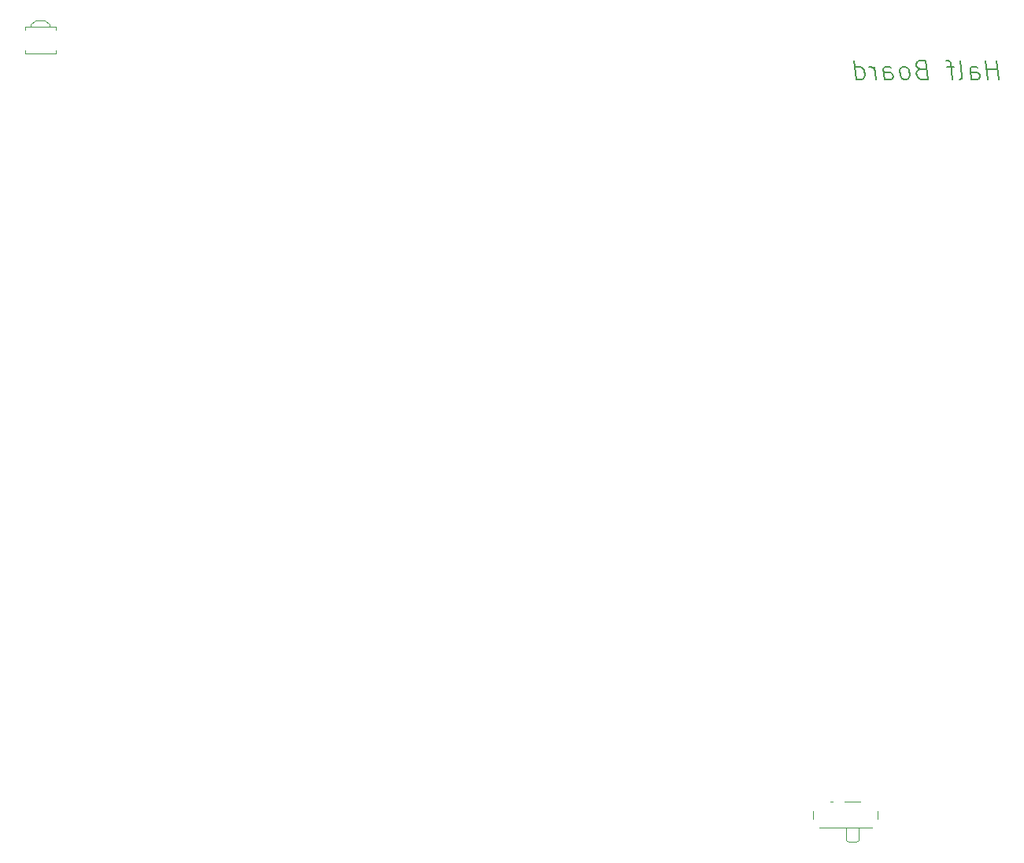
<source format=gbr>
G04 #@! TF.GenerationSoftware,KiCad,Pcbnew,(5.1.8-0-10_14)*
G04 #@! TF.CreationDate,2021-01-19T05:30:42-06:00*
G04 #@! TF.ProjectId,halfboard,68616c66-626f-4617-9264-2e6b69636164,rev?*
G04 #@! TF.SameCoordinates,Original*
G04 #@! TF.FileFunction,Legend,Bot*
G04 #@! TF.FilePolarity,Positive*
%FSLAX46Y46*%
G04 Gerber Fmt 4.6, Leading zero omitted, Abs format (unit mm)*
G04 Created by KiCad (PCBNEW (5.1.8-0-10_14)) date 2021-01-19 05:30:42*
%MOMM*%
%LPD*%
G01*
G04 APERTURE LIST*
%ADD10C,0.150000*%
%ADD11C,0.120000*%
G04 APERTURE END LIST*
D10*
X151872449Y-51704761D02*
X151622449Y-49704761D01*
X151741497Y-50657142D02*
X150598639Y-50657142D01*
X150729592Y-51704761D02*
X150479592Y-49704761D01*
X148920068Y-51704761D02*
X148789116Y-50657142D01*
X148860544Y-50466666D01*
X149039116Y-50371428D01*
X149420068Y-50371428D01*
X149622449Y-50466666D01*
X148908163Y-51609523D02*
X149110544Y-51704761D01*
X149586735Y-51704761D01*
X149765306Y-51609523D01*
X149836735Y-51419047D01*
X149812925Y-51228571D01*
X149693877Y-51038095D01*
X149491497Y-50942857D01*
X149015306Y-50942857D01*
X148812925Y-50847619D01*
X147681973Y-51704761D02*
X147860544Y-51609523D01*
X147931973Y-51419047D01*
X147717687Y-49704761D01*
X147039116Y-50371428D02*
X146277211Y-50371428D01*
X146920068Y-51704761D02*
X146705782Y-49990476D01*
X146586735Y-49800000D01*
X146384354Y-49704761D01*
X146193877Y-49704761D01*
X143455782Y-50657142D02*
X143181973Y-50752380D01*
X143098639Y-50847619D01*
X143027211Y-51038095D01*
X143062925Y-51323809D01*
X143181973Y-51514285D01*
X143289116Y-51609523D01*
X143491497Y-51704761D01*
X144253401Y-51704761D01*
X144003401Y-49704761D01*
X143336735Y-49704761D01*
X143158163Y-49800000D01*
X143074830Y-49895238D01*
X143003401Y-50085714D01*
X143027211Y-50276190D01*
X143146258Y-50466666D01*
X143253401Y-50561904D01*
X143455782Y-50657142D01*
X144122449Y-50657142D01*
X141967687Y-51704761D02*
X142146258Y-51609523D01*
X142229592Y-51514285D01*
X142301020Y-51323809D01*
X142229592Y-50752380D01*
X142110544Y-50561904D01*
X142003401Y-50466666D01*
X141801020Y-50371428D01*
X141515306Y-50371428D01*
X141336735Y-50466666D01*
X141253401Y-50561904D01*
X141181973Y-50752380D01*
X141253401Y-51323809D01*
X141372449Y-51514285D01*
X141479592Y-51609523D01*
X141681973Y-51704761D01*
X141967687Y-51704761D01*
X139586735Y-51704761D02*
X139455782Y-50657142D01*
X139527211Y-50466666D01*
X139705782Y-50371428D01*
X140086735Y-50371428D01*
X140289116Y-50466666D01*
X139574830Y-51609523D02*
X139777211Y-51704761D01*
X140253401Y-51704761D01*
X140431973Y-51609523D01*
X140503401Y-51419047D01*
X140479592Y-51228571D01*
X140360544Y-51038095D01*
X140158163Y-50942857D01*
X139681973Y-50942857D01*
X139479592Y-50847619D01*
X138634354Y-51704761D02*
X138467687Y-50371428D01*
X138515306Y-50752380D02*
X138396258Y-50561904D01*
X138289116Y-50466666D01*
X138086735Y-50371428D01*
X137896258Y-50371428D01*
X136539116Y-51704761D02*
X136289116Y-49704761D01*
X136527211Y-51609523D02*
X136729592Y-51704761D01*
X137110544Y-51704761D01*
X137289116Y-51609523D01*
X137372449Y-51514285D01*
X137443877Y-51323809D01*
X137372449Y-50752380D01*
X137253401Y-50561904D01*
X137146258Y-50466666D01*
X136943877Y-50371428D01*
X136562925Y-50371428D01*
X136384354Y-50466666D01*
D11*
G04 #@! TO.C, *
X131932000Y-131276000D02*
X131932000Y-130486000D01*
X138832000Y-130486000D02*
X138832000Y-131276000D01*
X136982000Y-129436000D02*
X135282000Y-129436000D01*
X138232000Y-132286000D02*
X132532000Y-132286000D01*
X135482000Y-133576000D02*
X135482000Y-132286000D01*
X136582000Y-133786000D02*
X135682000Y-133786000D01*
X136782000Y-132286000D02*
X136782000Y-133576000D01*
X135482000Y-133576000D02*
X135682000Y-133786000D01*
X136782000Y-133576000D02*
X136582000Y-133786000D01*
X133982000Y-129436000D02*
X133782000Y-129436000D01*
X47118000Y-46098000D02*
X47118000Y-46398000D01*
X50418000Y-46098000D02*
X47118000Y-46098000D01*
X50418000Y-46398000D02*
X50418000Y-46098000D01*
X47118000Y-48898000D02*
X47118000Y-48598000D01*
X50418000Y-48598000D02*
X50418000Y-48898000D01*
X50418000Y-48898000D02*
X47118000Y-48898000D01*
X47768000Y-45778000D02*
X47768000Y-46098000D01*
X48268000Y-45398000D02*
X47768000Y-45778000D01*
X49268000Y-45398000D02*
X48268000Y-45398000D01*
X49768000Y-45778000D02*
X49768000Y-46098000D01*
X49268000Y-45398000D02*
X49768000Y-45778000D01*
D10*
G04 #@! TD*
M02*

</source>
